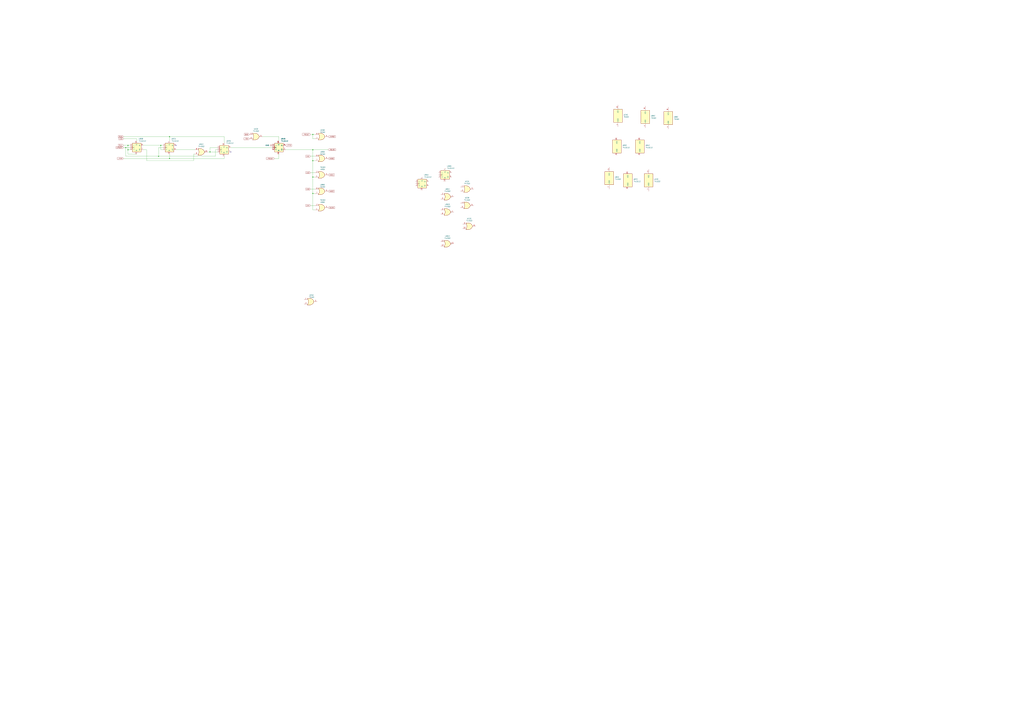
<source format=kicad_sch>
(kicad_sch (version 20230121) (generator eeschema)
  (paper "A0")
  (lib_symbols
    (symbol "74xx:74LS02" (pin_names (offset 1.016))
      (property "Reference" "U" (at 0 1.27 0))
      (property "Value" "74LS02" (at 0 -1.27 0))
      (symbol "74LS02_1_1"
        (arc (start -3.81 -3.81) (mid -2.589 0) (end -3.81 3.81) (stroke (width 0.254)))
        (arc (start -0.6096 -3.81) (mid 2.1842 -2.5851) (end 3.81 0) (stroke (width 0.254)) (fill (type background)))
        (polyline (pts (xy -3.81 -3.81) (xy -0.635 -3.81)) (stroke (width 0.254)) (fill (type background)))
        (polyline (pts (xy -3.81 3.81) (xy -0.635 3.81)) (stroke (width 0.254)) (fill (type background)))
        (polyline (pts (xy -0.635 3.81) (xy -3.81 3.81) (xy -3.81 3.81) (xy -3.556 3.4036) (xy -3.0226 2.2606) (xy -2.6924 1.0414) (xy -2.6162 -0.254) (xy -2.7686 -1.4986) (xy -3.175 -2.7178) (xy -3.81 -3.81) (xy -3.81 -3.81) (xy -0.635 -3.81)) (stroke (width -25.4)) (fill (type background)))
        (arc (start 3.81 0) (mid 2.1915 2.5936) (end -0.6096 3.81) (stroke (width 0.254)) (fill (type background)))
        (pin output inverted (at 7.62 0 180) (length 3.81) (name "~") (number "1"))
        (pin input line (at -7.62 2.54 0) (length 4.318) (name "~") (number "2"))
        (pin input line (at -7.62 -2.54 0) (length 4.318) (name "~") (number "3"))
      )
      (symbol "74LS02_1_2"
        (arc (start 0 -3.81) (mid 3.7934 0) (end 0 3.81) (stroke (width 0.254)) (fill (type background)))
        (polyline (pts (xy 0 3.81) (xy -3.81 3.81) (xy -3.81 -3.81) (xy 0 -3.81)) (stroke (width 0.254)) (fill (type background)))
        (pin output line (at 7.62 0 180) (length 3.81) (name "~") (number "1"))
        (pin input inverted (at -7.62 2.54 0) (length 3.81) (name "~") (number "2"))
        (pin input inverted (at -7.62 -2.54 0) (length 3.81) (name "~") (number "3"))
      )
      (symbol "74LS02_2_1"
        (arc (start -3.81 -3.81) (mid -2.589 0) (end -3.81 3.81) (stroke (width 0.254)))
        (arc (start -0.6096 -3.81) (mid 2.1842 -2.5851) (end 3.81 0) (stroke (width 0.254)) (fill (type background)))
        (polyline (pts (xy -3.81 -3.81) (xy -0.635 -3.81)) (stroke (width 0.254)) (fill (type background)))
        (polyline (pts (xy -3.81 3.81) (xy -0.635 3.81)) (stroke (width 0.254)) (fill (type background)))
        (polyline (pts (xy -0.635 3.81) (xy -3.81 3.81) (xy -3.81 3.81) (xy -3.556 3.4036) (xy -3.0226 2.2606) (xy -2.6924 1.0414) (xy -2.6162 -0.254) (xy -2.7686 -1.4986) (xy -3.175 -2.7178) (xy -3.81 -3.81) (xy -3.81 -3.81) (xy -0.635 -3.81)) (stroke (width -25.4)) (fill (type background)))
        (arc (start 3.81 0) (mid 2.1915 2.5936) (end -0.6096 3.81) (stroke (width 0.254)) (fill (type background)))
        (pin output inverted (at 7.62 0 180) (length 3.81) (name "~") (number "4"))
        (pin input line (at -7.62 2.54 0) (length 4.318) (name "~") (number "5"))
        (pin input line (at -7.62 -2.54 0) (length 4.318) (name "~") (number "6"))
      )
      (symbol "74LS02_2_2"
        (arc (start 0 -3.81) (mid 3.7934 0) (end 0 3.81) (stroke (width 0.254)) (fill (type background)))
        (polyline (pts (xy 0 3.81) (xy -3.81 3.81) (xy -3.81 -3.81) (xy 0 -3.81)) (stroke (width 0.254)) (fill (type background)))
        (pin output line (at 7.62 0 180) (length 3.81) (name "~") (number "4"))
        (pin input inverted (at -7.62 2.54 0) (length 3.81) (name "~") (number "5"))
        (pin input inverted (at -7.62 -2.54 0) (length 3.81) (name "~") (number "6"))
      )
      (symbol "74LS02_3_1"
        (arc (start -3.81 -3.81) (mid -2.589 0) (end -3.81 3.81) (stroke (width 0.254)))
        (arc (start -0.6096 -3.81) (mid 2.1842 -2.5851) (end 3.81 0) (stroke (width 0.254)) (fill (type background)))
        (polyline (pts (xy -3.81 -3.81) (xy -0.635 -3.81)) (stroke (width 0.254)) (fill (type background)))
        (polyline (pts (xy -3.81 3.81) (xy -0.635 3.81)) (stroke (width 0.254)) (fill (type background)))
        (polyline (pts (xy -0.635 3.81) (xy -3.81 3.81) (xy -3.81 3.81) (xy -3.556 3.4036) (xy -3.0226 2.2606) (xy -2.6924 1.0414) (xy -2.6162 -0.254) (xy -2.7686 -1.4986) (xy -3.175 -2.7178) (xy -3.81 -3.81) (xy -3.81 -3.81) (xy -0.635 -3.81)) (stroke (width -25.4)) (fill (type background)))
        (arc (start 3.81 0) (mid 2.1915 2.5936) (end -0.6096 3.81) (stroke (width 0.254)) (fill (type background)))
        (pin output inverted (at 7.62 0 180) (length 3.81) (name "~") (number "10"))
        (pin input line (at -7.62 2.54 0) (length 4.318) (name "~") (number "8"))
        (pin input line (at -7.62 -2.54 0) (length 4.318) (name "~") (number "9"))
      )
      (symbol "74LS02_3_2"
        (arc (start 0 -3.81) (mid 3.7934 0) (end 0 3.81) (stroke (width 0.254)) (fill (type background)))
        (polyline (pts (xy 0 3.81) (xy -3.81 3.81) (xy -3.81 -3.81) (xy 0 -3.81)) (stroke (width 0.254)) (fill (type background)))
        (pin output line (at 7.62 0 180) (length 3.81) (name "~") (number "10"))
        (pin input inverted (at -7.62 2.54 0) (length 3.81) (name "~") (number "8"))
        (pin input inverted (at -7.62 -2.54 0) (length 3.81) (name "~") (number "9"))
      )
      (symbol "74LS02_4_1"
        (arc (start -3.81 -3.81) (mid -2.589 0) (end -3.81 3.81) (stroke (width 0.254)))
        (arc (start -0.6096 -3.81) (mid 2.1842 -2.5851) (end 3.81 0) (stroke (width 0.254)) (fill (type background)))
        (polyline (pts (xy -3.81 -3.81) (xy -0.635 -3.81)) (stroke (width 0.254)) (fill (type background)))
        (polyline (pts (xy -3.81 3.81) (xy -0.635 3.81)) (stroke (width 0.254)) (fill (type background)))
        (polyline (pts (xy -0.635 3.81) (xy -3.81 3.81) (xy -3.81 3.81) (xy -3.556 3.4036) (xy -3.0226 2.2606) (xy -2.6924 1.0414) (xy -2.6162 -0.254) (xy -2.7686 -1.4986) (xy -3.175 -2.7178) (xy -3.81 -3.81) (xy -3.81 -3.81) (xy -0.635 -3.81)) (stroke (width -25.4)) (fill (type background)))
        (arc (start 3.81 0) (mid 2.1915 2.5936) (end -0.6096 3.81) (stroke (width 0.254)) (fill (type background)))
        (pin input line (at -7.62 2.54 0) (length 4.318) (name "~") (number "11"))
        (pin input line (at -7.62 -2.54 0) (length 4.318) (name "~") (number "12"))
        (pin output inverted (at 7.62 0 180) (length 3.81) (name "~") (number "13"))
      )
      (symbol "74LS02_4_2"
        (arc (start 0 -3.81) (mid 3.7934 0) (end 0 3.81) (stroke (width 0.254)) (fill (type background)))
        (polyline (pts (xy 0 3.81) (xy -3.81 3.81) (xy -3.81 -3.81) (xy 0 -3.81)) (stroke (width 0.254)) (fill (type background)))
        (pin input inverted (at -7.62 2.54 0) (length 3.81) (name "~") (number "11"))
        (pin input inverted (at -7.62 -2.54 0) (length 3.81) (name "~") (number "12"))
        (pin output line (at 7.62 0 180) (length 3.81) (name "~") (number "13"))
      )
      (symbol "74LS02_5_0"
        (pin power_in line (at 0 12.7 270) (length 5.08) (name "VCC") (number "14"))
        (pin power_in line (at 0 -12.7 90) (length 5.08) (name "GND") (number "7"))
      )
      (symbol "74LS02_5_1"
        (rectangle (start -5.08 7.62) (end 5.08 -7.62) (stroke (width 0.254)) (fill (type background)))
      )
    )
    (symbol "74xx:74LS112" (pin_names (offset 1.016))
      (property "Reference" "U" (at -7.62 8.89 0))
      (property "Value" "74LS112" (at -7.62 -8.89 0))
      (symbol "74LS112_1_0"
        (pin input clock (at -7.62 0 0) (length 2.54) (name "C") (number "1"))
        (pin input line (at 0 -7.62 90) (length 2.54) (name "~{R}") (number "15"))
        (pin input line (at -7.62 -2.54 0) (length 2.54) (name "K") (number "2"))
        (pin input line (at -7.62 2.54 0) (length 2.54) (name "J") (number "3"))
        (pin input line (at 0 7.62 270) (length 2.54) (name "~{S}") (number "4"))
        (pin output line (at 7.62 2.54 180) (length 2.54) (name "Q") (number "5"))
        (pin output line (at 7.62 -2.54 180) (length 2.54) (name "~{Q}") (number "6"))
      )
      (symbol "74LS112_1_1"
        (rectangle (start -5.08 5.08) (end 5.08 -5.08) (stroke (width 0.254)) (fill (type background)))
      )
      (symbol "74LS112_2_0"
        (pin input line (at 0 7.62 270) (length 2.54) (name "~{S}") (number "10"))
        (pin input line (at -7.62 2.54 0) (length 2.54) (name "J") (number "11"))
        (pin input line (at -7.62 -2.54 0) (length 2.54) (name "K") (number "12"))
        (pin input clock (at -7.62 0 0) (length 2.54) (name "C") (number "13"))
        (pin input line (at 0 -7.62 90) (length 2.54) (name "~{R}") (number "14"))
        (pin output line (at 7.62 -2.54 180) (length 2.54) (name "~{Q}") (number "7"))
        (pin output line (at 7.62 2.54 180) (length 2.54) (name "Q") (number "9"))
      )
      (symbol "74LS112_2_1"
        (rectangle (start -5.08 5.08) (end 5.08 -5.08) (stroke (width 0.254)) (fill (type background)))
      )
      (symbol "74LS112_3_0"
        (pin power_in line (at 0 10.16 270) (length 2.54) (name "VCC") (number "16"))
        (pin power_in line (at 0 -10.16 90) (length 2.54) (name "GND") (number "8"))
      )
      (symbol "74LS112_3_1"
        (rectangle (start -5.08 7.62) (end 5.08 -7.62) (stroke (width 0.254)) (fill (type background)))
      )
    )
    (symbol "74xx:74LS32" (pin_names (offset 1.016))
      (property "Reference" "U" (at 0 1.27 0))
      (property "Value" "74LS32" (at 0 -1.27 0))
      (symbol "74LS32_1_1"
        (arc (start -3.81 -3.81) (mid -2.589 0) (end -3.81 3.81) (stroke (width 0.254)))
        (arc (start -0.6096 -3.81) (mid 2.1842 -2.5851) (end 3.81 0) (stroke (width 0.254)) (fill (type background)))
        (polyline (pts (xy -3.81 -3.81) (xy -0.635 -3.81)) (stroke (width 0.254)) (fill (type background)))
        (polyline (pts (xy -3.81 3.81) (xy -0.635 3.81)) (stroke (width 0.254)) (fill (type background)))
        (polyline (pts (xy -0.635 3.81) (xy -3.81 3.81) (xy -3.81 3.81) (xy -3.556 3.4036) (xy -3.0226 2.2606) (xy -2.6924 1.0414) (xy -2.6162 -0.254) (xy -2.7686 -1.4986) (xy -3.175 -2.7178) (xy -3.81 -3.81) (xy -3.81 -3.81) (xy -0.635 -3.81)) (stroke (width -25.4)) (fill (type background)))
        (arc (start 3.81 0) (mid 2.1915 2.5936) (end -0.6096 3.81) (stroke (width 0.254)) (fill (type background)))
        (pin input line (at -7.62 2.54 0) (length 4.318) (name "~") (number "1"))
        (pin input line (at -7.62 -2.54 0) (length 4.318) (name "~") (number "2"))
        (pin output line (at 7.62 0 180) (length 3.81) (name "~") (number "3"))
      )
      (symbol "74LS32_1_2"
        (arc (start 0 -3.81) (mid 3.7934 0) (end 0 3.81) (stroke (width 0.254)) (fill (type background)))
        (polyline (pts (xy 0 3.81) (xy -3.81 3.81) (xy -3.81 -3.81) (xy 0 -3.81)) (stroke (width 0.254)) (fill (type background)))
        (pin input inverted (at -7.62 2.54 0) (length 3.81) (name "~") (number "1"))
        (pin input inverted (at -7.62 -2.54 0) (length 3.81) (name "~") (number "2"))
        (pin output inverted (at 7.62 0 180) (length 3.81) (name "~") (number "3"))
      )
      (symbol "74LS32_2_1"
        (arc (start -3.81 -3.81) (mid -2.589 0) (end -3.81 3.81) (stroke (width 0.254)))
        (arc (start -0.6096 -3.81) (mid 2.1842 -2.5851) (end 3.81 0) (stroke (width 0.254)) (fill (type background)))
        (polyline (pts (xy -3.81 -3.81) (xy -0.635 -3.81)) (stroke (width 0.254)) (fill (type background)))
        (polyline (pts (xy -3.81 3.81) (xy -0.635 3.81)) (stroke (width 0.254)) (fill (type background)))
        (polyline (pts (xy -0.635 3.81) (xy -3.81 3.81) (xy -3.81 3.81) (xy -3.556 3.4036) (xy -3.0226 2.2606) (xy -2.6924 1.0414) (xy -2.6162 -0.254) (xy -2.7686 -1.4986) (xy -3.175 -2.7178) (xy -3.81 -3.81) (xy -3.81 -3.81) (xy -0.635 -3.81)) (stroke (width -25.4)) (fill (type background)))
        (arc (start 3.81 0) (mid 2.1915 2.5936) (end -0.6096 3.81) (stroke (width 0.254)) (fill (type background)))
        (pin input line (at -7.62 2.54 0) (length 4.318) (name "~") (number "4"))
        (pin input line (at -7.62 -2.54 0) (length 4.318) (name "~") (number "5"))
        (pin output line (at 7.62 0 180) (length 3.81) (name "~") (number "6"))
      )
      (symbol "74LS32_2_2"
        (arc (start 0 -3.81) (mid 3.7934 0) (end 0 3.81) (stroke (width 0.254)) (fill (type background)))
        (polyline (pts (xy 0 3.81) (xy -3.81 3.81) (xy -3.81 -3.81) (xy 0 -3.81)) (stroke (width 0.254)) (fill (type background)))
        (pin input inverted (at -7.62 2.54 0) (length 3.81) (name "~") (number "4"))
        (pin input inverted (at -7.62 -2.54 0) (length 3.81) (name "~") (number "5"))
        (pin output inverted (at 7.62 0 180) (length 3.81) (name "~") (number "6"))
      )
      (symbol "74LS32_3_1"
        (arc (start -3.81 -3.81) (mid -2.589 0) (end -3.81 3.81) (stroke (width 0.254)))
        (arc (start -0.6096 -3.81) (mid 2.1842 -2.5851) (end 3.81 0) (stroke (width 0.254)) (fill (type background)))
        (polyline (pts (xy -3.81 -3.81) (xy -0.635 -3.81)) (stroke (width 0.254)) (fill (type background)))
        (polyline (pts (xy -3.81 3.81) (xy -0.635 3.81)) (stroke (width 0.254)) (fill (type background)))
        (polyline (pts (xy -0.635 3.81) (xy -3.81 3.81) (xy -3.81 3.81) (xy -3.556 3.4036) (xy -3.0226 2.2606) (xy -2.6924 1.0414) (xy -2.6162 -0.254) (xy -2.7686 -1.4986) (xy -3.175 -2.7178) (xy -3.81 -3.81) (xy -3.81 -3.81) (xy -0.635 -3.81)) (stroke (width -25.4)) (fill (type background)))
        (arc (start 3.81 0) (mid 2.1915 2.5936) (end -0.6096 3.81) (stroke (width 0.254)) (fill (type background)))
        (pin input line (at -7.62 -2.54 0) (length 4.318) (name "~") (number "10"))
        (pin output line (at 7.62 0 180) (length 3.81) (name "~") (number "8"))
        (pin input line (at -7.62 2.54 0) (length 4.318) (name "~") (number "9"))
      )
      (symbol "74LS32_3_2"
        (arc (start 0 -3.81) (mid 3.7934 0) (end 0 3.81) (stroke (width 0.254)) (fill (type background)))
        (polyline (pts (xy 0 3.81) (xy -3.81 3.81) (xy -3.81 -3.81) (xy 0 -3.81)) (stroke (width 0.254)) (fill (type background)))
        (pin input inverted (at -7.62 -2.54 0) (length 3.81) (name "~") (number "10"))
        (pin output inverted (at 7.62 0 180) (length 3.81) (name "~") (number "8"))
        (pin input inverted (at -7.62 2.54 0) (length 3.81) (name "~") (number "9"))
      )
      (symbol "74LS32_4_1"
        (arc (start -3.81 -3.81) (mid -2.589 0) (end -3.81 3.81) (stroke (width 0.254)))
        (arc (start -0.6096 -3.81) (mid 2.1842 -2.5851) (end 3.81 0) (stroke (width 0.254)) (fill (type background)))
        (polyline (pts (xy -3.81 -3.81) (xy -0.635 -3.81)) (stroke (width 0.254)) (fill (type background)))
        (polyline (pts (xy -3.81 3.81) (xy -0.635 3.81)) (stroke (width 0.254)) (fill (type background)))
        (polyline (pts (xy -0.635 3.81) (xy -3.81 3.81) (xy -3.81 3.81) (xy -3.556 3.4036) (xy -3.0226 2.2606) (xy -2.6924 1.0414) (xy -2.6162 -0.254) (xy -2.7686 -1.4986) (xy -3.175 -2.7178) (xy -3.81 -3.81) (xy -3.81 -3.81) (xy -0.635 -3.81)) (stroke (width -25.4)) (fill (type background)))
        (arc (start 3.81 0) (mid 2.1915 2.5936) (end -0.6096 3.81) (stroke (width 0.254)) (fill (type background)))
        (pin output line (at 7.62 0 180) (length 3.81) (name "~") (number "11"))
        (pin input line (at -7.62 2.54 0) (length 4.318) (name "~") (number "12"))
        (pin input line (at -7.62 -2.54 0) (length 4.318) (name "~") (number "13"))
      )
      (symbol "74LS32_4_2"
        (arc (start 0 -3.81) (mid 3.7934 0) (end 0 3.81) (stroke (width 0.254)) (fill (type background)))
        (polyline (pts (xy 0 3.81) (xy -3.81 3.81) (xy -3.81 -3.81) (xy 0 -3.81)) (stroke (width 0.254)) (fill (type background)))
        (pin output inverted (at 7.62 0 180) (length 3.81) (name "~") (number "11"))
        (pin input inverted (at -7.62 2.54 0) (length 3.81) (name "~") (number "12"))
        (pin input inverted (at -7.62 -2.54 0) (length 3.81) (name "~") (number "13"))
      )
      (symbol "74LS32_5_0"
        (pin power_in line (at 0 12.7 270) (length 5.08) (name "VCC") (number "14"))
        (pin power_in line (at 0 -12.7 90) (length 5.08) (name "GND") (number "7"))
      )
      (symbol "74LS32_5_1"
        (rectangle (start -5.08 7.62) (end 5.08 -7.62) (stroke (width 0.254)) (fill (type background)))
      )
    )
    (symbol "75463_1"
      (property "Reference" "U" (at 10.16 7.62 0))
      (property "Value" "75463" (at 10.16 5.08 0))
      (symbol "75463_1_1_1"
        (arc (start -3.81 -3.81) (mid -2.589 0) (end -3.81 3.81) (stroke (width 0.254)))
        (arc (start -0.6096 -3.81) (mid 2.1855 -2.584) (end 3.81 0) (stroke (width 0.254)) (fill (type background)))
        (polyline (pts (xy -3.81 -3.81) (xy -0.635 -3.81)) (stroke (width 0.254)) (fill (type background)))
        (polyline (pts (xy -3.81 3.81) (xy -0.635 3.81)) (stroke (width 0.254)) (fill (type background)))
        (polyline (pts (xy -0.508 3.81) (xy -3.683 3.81) (xy -3.683 3.81) (xy -3.429 3.4036) (xy -2.8956 2.2606) (xy -2.5654 1.0414) (xy -2.4892 -0.254) (xy -2.6416 -1.4986) (xy -3.048 -2.7178) (xy -3.683 -3.81) (xy -3.683 -3.81) (xy -0.508 -3.81)) (stroke (width -25.4)) (fill (type background)))
        (arc (start 3.81 0) (mid 2.1928 2.5925) (end -0.6096 3.81) (stroke (width 0.254)) (fill (type background)))
        (pin input line (at -7.62 2.54 0) (length 4.318) (name "~") (number "1"))
        (pin input line (at -7.62 -2.54 0) (length 4.318) (name "~") (number "2"))
        (pin output line (at 7.62 0 180) (length 3.81) (name "~") (number "3"))
      )
      (symbol "75463_1_2_1"
        (arc (start -3.81 -3.81) (mid -2.589 0) (end -3.81 3.81) (stroke (width 0.254)))
        (arc (start -0.6096 -3.81) (mid 2.1855 -2.584) (end 3.81 0) (stroke (width 0.254)) (fill (type background)))
        (polyline (pts (xy -3.81 -3.81) (xy -0.635 -3.81)) (stroke (width 0.254)) (fill (type background)))
        (polyline (pts (xy -3.81 3.81) (xy -0.635 3.81)) (stroke (width 0.254)) (fill (type background)))
        (polyline (pts (xy -0.508 3.81) (xy -3.683 3.81) (xy -3.683 3.81) (xy -3.429 3.4036) (xy -2.8956 2.2606) (xy -2.5654 1.0414) (xy -2.4892 -0.254) (xy -2.6416 -1.4986) (xy -3.048 -2.7178) (xy -3.683 -3.81) (xy -3.683 -3.81) (xy -0.508 -3.81)) (stroke (width -25.4)) (fill (type background)))
        (arc (start 3.81 0) (mid 2.1928 2.5925) (end -0.6096 3.81) (stroke (width 0.254)) (fill (type background)))
        (pin output line (at 7.62 0 180) (length 3.81) (name "~") (number "5"))
        (pin input line (at -7.62 2.54 0) (length 4.318) (name "~") (number "6"))
        (pin input line (at -7.62 -2.54 0) (length 4.318) (name "~") (number "7"))
      )
      (symbol "75463_1_3_0"
        (pin power_in line (at 0 -12.7 90) (length 5.08) (name "GND") (number "4"))
        (pin power_in line (at 0 12.7 270) (length 5.08) (name "VCC") (number "8"))
      )
      (symbol "75463_1_3_1"
        (rectangle (start -5.08 7.62) (end 5.08 -7.62) (stroke (width 0.254)) (fill (type background)))
      )
    )
    (symbol "75463_2"
      (property "Reference" "U" (at 10.16 7.62 0))
      (property "Value" "75463" (at 10.16 5.08 0))
      (symbol "75463_2_1_1"
        (arc (start -3.81 -3.81) (mid -2.589 0) (end -3.81 3.81) (stroke (width 0.254)))
        (arc (start -0.6096 -3.81) (mid 2.1855 -2.584) (end 3.81 0) (stroke (width 0.254)) (fill (type background)))
        (polyline (pts (xy -3.81 -3.81) (xy -0.635 -3.81)) (stroke (width 0.254)) (fill (type background)))
        (polyline (pts (xy -3.81 3.81) (xy -0.635 3.81)) (stroke (width 0.254)) (fill (type background)))
        (polyline (pts (xy -0.508 3.81) (xy -3.683 3.81) (xy -3.683 3.81) (xy -3.429 3.4036) (xy -2.8956 2.2606) (xy -2.5654 1.0414) (xy -2.4892 -0.254) (xy -2.6416 -1.4986) (xy -3.048 -2.7178) (xy -3.683 -3.81) (xy -3.683 -3.81) (xy -0.508 -3.81)) (stroke (width -25.4)) (fill (type background)))
        (arc (start 3.81 0) (mid 2.1928 2.5925) (end -0.6096 3.81) (stroke (width 0.254)) (fill (type background)))
        (pin input line (at -7.62 2.54 0) (length 4.318) (name "~") (number "1"))
        (pin input line (at -7.62 -2.54 0) (length 4.318) (name "~") (number "2"))
        (pin output line (at 7.62 0 180) (length 3.81) (name "~") (number "3"))
      )
      (symbol "75463_2_2_1"
        (arc (start -3.81 -3.81) (mid -2.589 0) (end -3.81 3.81) (stroke (width 0.254)))
        (arc (start -0.6096 -3.81) (mid 2.1855 -2.584) (end 3.81 0) (stroke (width 0.254)) (fill (type background)))
        (polyline (pts (xy -3.81 -3.81) (xy -0.635 -3.81)) (stroke (width 0.254)) (fill (type background)))
        (polyline (pts (xy -3.81 3.81) (xy -0.635 3.81)) (stroke (width 0.254)) (fill (type background)))
        (polyline (pts (xy -0.508 3.81) (xy -3.683 3.81) (xy -3.683 3.81) (xy -3.429 3.4036) (xy -2.8956 2.2606) (xy -2.5654 1.0414) (xy -2.4892 -0.254) (xy -2.6416 -1.4986) (xy -3.048 -2.7178) (xy -3.683 -3.81) (xy -3.683 -3.81) (xy -0.508 -3.81)) (stroke (width -25.4)) (fill (type background)))
        (arc (start 3.81 0) (mid 2.1928 2.5925) (end -0.6096 3.81) (stroke (width 0.254)) (fill (type background)))
        (pin output line (at 7.62 0 180) (length 3.81) (name "~") (number "5"))
        (pin input line (at -7.62 2.54 0) (length 4.318) (name "~") (number "6"))
        (pin input line (at -7.62 -2.54 0) (length 4.318) (name "~") (number "7"))
      )
      (symbol "75463_2_3_0"
        (pin power_in line (at 0 -12.7 90) (length 5.08) (name "GND") (number "4"))
        (pin power_in line (at 0 12.7 270) (length 5.08) (name "VCC") (number "8"))
      )
      (symbol "75463_2_3_1"
        (rectangle (start -5.08 7.62) (end 5.08 -7.62) (stroke (width 0.254)) (fill (type background)))
      )
    )
    (symbol "75463_3"
      (property "Reference" "U" (at 10.16 7.62 0))
      (property "Value" "75463" (at 10.16 5.08 0))
      (symbol "75463_3_1_1"
        (arc (start -3.81 -3.81) (mid -2.589 0) (end -3.81 3.81) (stroke (width 0.254)))
        (arc (start -0.6096 -3.81) (mid 2.1855 -2.584) (end 3.81 0) (stroke (width 0.254)) (fill (type background)))
        (polyline (pts (xy -3.81 -3.81) (xy -0.635 -3.81)) (stroke (width 0.254)) (fill (type background)))
        (polyline (pts (xy -3.81 3.81) (xy -0.635 3.81)) (stroke (width 0.254)) (fill (type background)))
        (polyline (pts (xy -0.508 3.81) (xy -3.683 3.81) (xy -3.683 3.81) (xy -3.429 3.4036) (xy -2.8956 2.2606) (xy -2.5654 1.0414) (xy -2.4892 -0.254) (xy -2.6416 -1.4986) (xy -3.048 -2.7178) (xy -3.683 -3.81) (xy -3.683 -3.81) (xy -0.508 -3.81)) (stroke (width -25.4)) (fill (type background)))
        (arc (start 3.81 0) (mid 2.1928 2.5925) (end -0.6096 3.81) (stroke (width 0.254)) (fill (type background)))
        (pin input line (at -7.62 2.54 0) (length 4.318) (name "~") (number "1"))
        (pin input line (at -7.62 -2.54 0) (length 4.318) (name "~") (number "2"))
        (pin output line (at 7.62 0 180) (length 3.81) (name "~") (number "3"))
      )
      (symbol "75463_3_2_1"
        (arc (start -3.81 -3.81) (mid -2.589 0) (end -3.81 3.81) (stroke (width 0.254)))
        (arc (start -0.6096 -3.81) (mid 2.1855 -2.584) (end 3.81 0) (stroke (width 0.254)) (fill (type background)))
        (polyline (pts (xy -3.81 -3.81) (xy -0.635 -3.81)) (stroke (width 0.254)) (fill (type background)))
        (polyline (pts (xy -3.81 3.81) (xy -0.635 3.81)) (stroke (width 0.254)) (fill (type background)))
        (polyline (pts (xy -0.508 3.81) (xy -3.683 3.81) (xy -3.683 3.81) (xy -3.429 3.4036) (xy -2.8956 2.2606) (xy -2.5654 1.0414) (xy -2.4892 -0.254) (xy -2.6416 -1.4986) (xy -3.048 -2.7178) (xy -3.683 -3.81) (xy -3.683 -3.81) (xy -0.508 -3.81)) (stroke (width -25.4)) (fill (type background)))
        (arc (start 3.81 0) (mid 2.1928 2.5925) (end -0.6096 3.81) (stroke (width 0.254)) (fill (type background)))
        (pin output line (at 7.62 0 180) (length 3.81) (name "~") (number "5"))
        (pin input line (at -7.62 2.54 0) (length 4.318) (name "~") (number "6"))
        (pin input line (at -7.62 -2.54 0) (length 4.318) (name "~") (number "7"))
      )
      (symbol "75463_3_3_0"
        (pin power_in line (at 0 -12.7 90) (length 5.08) (name "GND") (number "4"))
        (pin power_in line (at 0 12.7 270) (length 5.08) (name "VCC") (number "8"))
      )
      (symbol "75463_3_3_1"
        (rectangle (start -5.08 7.62) (end 5.08 -7.62) (stroke (width 0.254)) (fill (type background)))
      )
    )
    (symbol "75463_4"
      (property "Reference" "U" (at 10.16 7.62 0))
      (property "Value" "75463" (at 10.16 5.08 0))
      (symbol "75463_4_1_1"
        (arc (start -3.81 -3.81) (mid -2.589 0) (end -3.81 3.81) (stroke (width 0.254)))
        (arc (start -0.6096 -3.81) (mid 2.1855 -2.584) (end 3.81 0) (stroke (width 0.254)) (fill (type background)))
        (polyline (pts (xy -3.81 -3.81) (xy -0.635 -3.81)) (stroke (width 0.254)) (fill (type background)))
        (polyline (pts (xy -3.81 3.81) (xy -0.635 3.81)) (stroke (width 0.254)) (fill (type background)))
        (polyline (pts (xy -0.508 3.81) (xy -3.683 3.81) (xy -3.683 3.81) (xy -3.429 3.4036) (xy -2.8956 2.2606) (xy -2.5654 1.0414) (xy -2.4892 -0.254) (xy -2.6416 -1.4986) (xy -3.048 -2.7178) (xy -3.683 -3.81) (xy -3.683 -3.81) (xy -0.508 -3.81)) (stroke (width -25.4)) (fill (type background)))
        (arc (start 3.81 0) (mid 2.1928 2.5925) (end -0.6096 3.81) (stroke (width 0.254)) (fill (type background)))
        (pin input line (at -7.62 2.54 0) (length 4.318) (name "~") (number "1"))
        (pin input line (at -7.62 -2.54 0) (length 4.318) (name "~") (number "2"))
        (pin output line (at 7.62 0 180) (length 3.81) (name "~") (number "3"))
      )
      (symbol "75463_4_2_1"
        (arc (start -3.81 -3.81) (mid -2.589 0) (end -3.81 3.81) (stroke (width 0.254)))
        (arc (start -0.6096 -3.81) (mid 2.1855 -2.584) (end 3.81 0) (stroke (width 0.254)) (fill (type background)))
        (polyline (pts (xy -3.81 -3.81) (xy -0.635 -3.81)) (stroke (width 0.254)) (fill (type background)))
        (polyline (pts (xy -3.81 3.81) (xy -0.635 3.81)) (stroke (width 0.254)) (fill (type background)))
        (polyline (pts (xy -0.508 3.81) (xy -3.683 3.81) (xy -3.683 3.81) (xy -3.429 3.4036) (xy -2.8956 2.2606) (xy -2.5654 1.0414) (xy -2.4892 -0.254) (xy -2.6416 -1.4986) (xy -3.048 -2.7178) (xy -3.683 -3.81) (xy -3.683 -3.81) (xy -0.508 -3.81)) (stroke (width -25.4)) (fill (type background)))
        (arc (start 3.81 0) (mid 2.1928 2.5925) (end -0.6096 3.81) (stroke (width 0.254)) (fill (type background)))
        (pin output line (at 7.62 0 180) (length 3.81) (name "~") (number "5"))
        (pin input line (at -7.62 2.54 0) (length 4.318) (name "~") (number "6"))
        (pin input line (at -7.62 -2.54 0) (length 4.318) (name "~") (number "7"))
      )
      (symbol "75463_4_3_0"
        (pin power_in line (at 0 -12.7 90) (length 5.08) (name "GND") (number "4"))
        (pin power_in line (at 0 12.7 270) (length 5.08) (name "VCC") (number "8"))
      )
      (symbol "75463_4_3_1"
        (rectangle (start -5.08 7.62) (end 5.08 -7.62) (stroke (width 0.254)) (fill (type background)))
      )
    )
    (symbol "75463_5"
      (property "Reference" "U" (at 10.16 7.62 0))
      (property "Value" "75463" (at 10.16 5.08 0))
      (symbol "75463_5_1_1"
        (arc (start -3.81 -3.81) (mid -2.589 0) (end -3.81 3.81) (stroke (width 0.254)))
        (arc (start -0.6096 -3.81) (mid 2.1855 -2.584) (end 3.81 0) (stroke (width 0.254)) (fill (type background)))
        (polyline (pts (xy -3.81 -3.81) (xy -0.635 -3.81)) (stroke (width 0.254)) (fill (type background)))
        (polyline (pts (xy -3.81 3.81) (xy -0.635 3.81)) (stroke (width 0.254)) (fill (type background)))
        (polyline (pts (xy -0.508 3.81) (xy -3.683 3.81) (xy -3.683 3.81) (xy -3.429 3.4036) (xy -2.8956 2.2606) (xy -2.5654 1.0414) (xy -2.4892 -0.254) (xy -2.6416 -1.4986) (xy -3.048 -2.7178) (xy -3.683 -3.81) (xy -3.683 -3.81) (xy -0.508 -3.81)) (stroke (width -25.4)) (fill (type background)))
        (arc (start 3.81 0) (mid 2.1928 2.5925) (end -0.6096 3.81) (stroke (width 0.254)) (fill (type background)))
        (pin input line (at -7.62 2.54 0) (length 4.318) (name "~") (number "1"))
        (pin input line (at -7.62 -2.54 0) (length 4.318) (name "~") (number "2"))
        (pin output line (at 7.62 0 180) (length 3.81) (name "~") (number "3"))
      )
      (symbol "75463_5_2_1"
        (arc (start -3.81 -3.81) (mid -2.589 0) (end -3.81 3.81) (stroke (width 0.254)))
        (arc (start -0.6096 -3.81) (mid 2.1855 -2.584) (end 3.81 0) (stroke (width 0.254)) (fill (type background)))
        (polyline (pts (xy -3.81 -3.81) (xy -0.635 -3.81)) (stroke (width 0.254)) (fill (type background)))
        (polyline (pts (xy -3.81 3.81) (xy -0.635 3.81)) (stroke (width 0.254)) (fill (type background)))
        (polyline (pts (xy -0.508 3.81) (xy -3.683 3.81) (xy -3.683 3.81) (xy -3.429 3.4036) (xy -2.8956 2.2606) (xy -2.5654 1.0414) (xy -2.4892 -0.254) (xy -2.6416 -1.4986) (xy -3.048 -2.7178) (xy -3.683 -3.81) (xy -3.683 -3.81) (xy -0.508 -3.81)) (stroke (width -25.4)) (fill (type background)))
        (arc (start 3.81 0) (mid 2.1928 2.5925) (end -0.6096 3.81) (stroke (width 0.254)) (fill (type background)))
        (pin output line (at 7.62 0 180) (length 3.81) (name "~") (number "5"))
        (pin input line (at -7.62 2.54 0) (length 4.318) (name "~") (number "6"))
        (pin input line (at -7.62 -2.54 0) (length 4.318) (name "~") (number "7"))
      )
      (symbol "75463_5_3_0"
        (pin power_in line (at 0 -12.7 90) (length 5.08) (name "GND") (number "4"))
        (pin power_in line (at 0 12.7 270) (length 5.08) (name "VCC") (number "8"))
      )
      (symbol "75463_5_3_1"
        (rectangle (start -5.08 7.62) (end 5.08 -7.62) (stroke (width 0.254)) (fill (type background)))
      )
    )
    (symbol "75463_6"
      (property "Reference" "U" (at 10.16 7.62 0))
      (property "Value" "75463" (at 10.16 5.08 0))
      (symbol "75463_6_1_1"
        (arc (start -3.81 -3.81) (mid -2.589 0) (end -3.81 3.81) (stroke (width 0.254)))
        (arc (start -0.6096 -3.81) (mid 2.1855 -2.584) (end 3.81 0) (stroke (width 0.254)) (fill (type background)))
        (polyline (pts (xy -3.81 -3.81) (xy -0.635 -3.81)) (stroke (width 0.254)) (fill (type background)))
        (polyline (pts (xy -3.81 3.81) (xy -0.635 3.81)) (stroke (width 0.254)) (fill (type background)))
        (polyline (pts (xy -0.508 3.81) (xy -3.683 3.81) (xy -3.683 3.81) (xy -3.429 3.4036) (xy -2.8956 2.2606) (xy -2.5654 1.0414) (xy -2.4892 -0.254) (xy -2.6416 -1.4986) (xy -3.048 -2.7178) (xy -3.683 -3.81) (xy -3.683 -3.81) (xy -0.508 -3.81)) (stroke (width -25.4)) (fill (type background)))
        (arc (start 3.81 0) (mid 2.1928 2.5925) (end -0.6096 3.81) (stroke (width 0.254)) (fill (type background)))
        (pin input line (at -7.62 2.54 0) (length 4.318) (name "~") (number "1"))
        (pin input line (at -7.62 -2.54 0) (length 4.318) (name "~") (number "2"))
        (pin output line (at 7.62 0 180) (length 3.81) (name "~") (number "3"))
      )
      (symbol "75463_6_2_1"
        (arc (start -3.81 -3.81) (mid -2.589 0) (end -3.81 3.81) (stroke (width 0.254)))
        (arc (start -0.6096 -3.81) (mid 2.1855 -2.584) (end 3.81 0) (stroke (width 0.254)) (fill (type background)))
        (polyline (pts (xy -3.81 -3.81) (xy -0.635 -3.81)) (stroke (width 0.254)) (fill (type background)))
        (polyline (pts (xy -3.81 3.81) (xy -0.635 3.81)) (stroke (width 0.254)) (fill (type background)))
        (polyline (pts (xy -0.508 3.81) (xy -3.683 3.81) (xy -3.683 3.81) (xy -3.429 3.4036) (xy -2.8956 2.2606) (xy -2.5654 1.0414) (xy -2.4892 -0.254) (xy -2.6416 -1.4986) (xy -3.048 -2.7178) (xy -3.683 -3.81) (xy -3.683 -3.81) (xy -0.508 -3.81)) (stroke (width -25.4)) (fill (type background)))
        (arc (start 3.81 0) (mid 2.1928 2.5925) (end -0.6096 3.81) (stroke (width 0.254)) (fill (type background)))
        (pin output line (at 7.62 0 180) (length 3.81) (name "~") (number "5"))
        (pin input line (at -7.62 2.54 0) (length 4.318) (name "~") (number "6"))
        (pin input line (at -7.62 -2.54 0) (length 4.318) (name "~") (number "7"))
      )
      (symbol "75463_6_3_0"
        (pin power_in line (at 0 -12.7 90) (length 5.08) (name "GND") (number "4"))
        (pin power_in line (at 0 12.7 270) (length 5.08) (name "VCC") (number "8"))
      )
      (symbol "75463_6_3_1"
        (rectangle (start -5.08 7.62) (end 5.08 -7.62) (stroke (width 0.254)) (fill (type background)))
      )
    )
    (symbol "75xx_Custom:75463"
      (property "Reference" "U" (at 10.16 7.62 0))
      (property "Value" "75463" (at 10.16 5.08 0))
      (symbol "75463_1_1"
        (arc (start -2.794 -4.318) (mid -1.573 -0.508) (end -2.794 3.302) (stroke (width 0.254)))
        (polyline (pts (xy -2.794 -4.318) (xy 0.381 -4.318)) (stroke (width 0.254)) (fill (type background)))
        (polyline (pts (xy -2.794 3.302) (xy 0.381 3.302)) (stroke (width 0.254)) (fill (type background)))
        (polyline (pts (xy 0.381 3.302) (xy -2.794 3.302) (xy -2.794 3.302) (xy -2.54 2.8956) (xy -2.0066 1.7526) (xy -1.6764 0.5334) (xy -1.6002 -0.762) (xy -1.7526 -2.0066) (xy -2.159 -3.2258) (xy -2.794 -4.318) (xy -2.794 -4.318) (xy 0.381 -4.318)) (stroke (width -25.4)) (fill (type background)))
        (arc (start 0.4064 -4.318) (mid 3.2015 -3.092) (end 4.826 -0.508) (stroke (width 0.254)) (fill (type background)))
        (arc (start 4.826 -0.508) (mid 3.2088 2.0845) (end 0.4064 3.302) (stroke (width 0.254)) (fill (type background)))
        (pin input line (at -6.604 2.032 0) (length 4.318) (name "~") (number "1"))
        (pin input line (at -6.604 -3.048 0) (length 4.318) (name "~") (number "2"))
        (pin output line (at 8.636 -0.508 180) (length 3.81) (name "~") (number "3"))
      )
      (symbol "75463_2_1"
        (arc (start -2.794 -4.318) (mid -1.573 -0.508) (end -2.794 3.302) (stroke (width 0.254)))
        (polyline (pts (xy -2.794 -4.318) (xy 0.381 -4.318)) (stroke (width 0.254)) (fill (type background)))
        (polyline (pts (xy -2.794 3.302) (xy 0.381 3.302)) (stroke (width 0.254)) (fill (type background)))
        (polyline (pts (xy 0.381 3.302) (xy -2.794 3.302) (xy -2.794 3.302) (xy -2.54 2.8956) (xy -2.0066 1.7526) (xy -1.6764 0.5334) (xy -1.6002 -0.762) (xy -1.7526 -2.0066) (xy -2.159 -3.2258) (xy -2.794 -4.318) (xy -2.794 -4.318) (xy 0.381 -4.318)) (stroke (width -25.4)) (fill (type background)))
        (arc (start 0.4064 -4.318) (mid 3.2015 -3.092) (end 4.826 -0.508) (stroke (width 0.254)) (fill (type background)))
        (arc (start 4.826 -0.508) (mid 3.2088 2.0845) (end 0.4064 3.302) (stroke (width 0.254)) (fill (type background)))
        (pin output line (at 8.636 -0.508 180) (length 3.81) (name "~") (number "5"))
        (pin input line (at -6.604 2.032 0) (length 4.318) (name "~") (number "6"))
        (pin input line (at -6.604 -3.048 0) (length 4.318) (name "~") (number "7"))
      )
      (symbol "75463_3_0"
        (pin power_in line (at 0 -12.7 90) (length 5.08) (name "GND") (number "4"))
        (pin power_in line (at 0 12.7 270) (length 5.08) (name "VCC") (number "8"))
      )
      (symbol "75463_3_1"
        (rectangle (start -5.08 7.62) (end 5.08 -7.62) (stroke (width 0.254)) (fill (type background)))
      )
    )
    (symbol "power:GND" (power) (pin_names (offset 0))
      (property "Value" "GND" (at 0 -3.81 0))
      (symbol "GND_0_1"
        (polyline (pts (xy 0 0) (xy 0 -1.27) (xy 1.27 -1.27) (xy 0 -2.54) (xy -1.27 -1.27) (xy 0 -1.27)))
      )
      (symbol "GND_1_1"
        (pin power_in line (at 0 0 270) (length 0) hide (name "GND") (number "1"))
      )
    )
  )
  (junction (at 184.15 181.61))
  (junction (at 363.22 224.79))
  (junction (at 146.05 171.45))
  (junction (at 148.59 173.99))
  (junction (at 363.22 156.21))
  (junction (at 363.22 173.99))
  (junction (at 196.85 158.75))
  (junction (at 243.84 176.53))
  (junction (at 186.69 168.91))
  (junction (at 196.85 184.15))
  (junction (at 363.22 205.74))
  (junction (at 363.22 186.69))
  (junction (at 148.59 168.91))
  (no_connect (at 204.47 168.91))
  (no_connect (at 267.97 176.53))
  (wire (pts (xy 151.13 173.99) (xy 148.59 173.99)))
  (wire (pts (xy 363.22 205.74) (xy 363.22 224.79)))
  (wire (pts (xy 184.15 171.45) (xy 189.23 171.45)))
  (wire (pts (xy 196.85 179.07) (xy 196.85 184.15)))
  (wire (pts (xy 250.19 181.61) (xy 184.15 181.61)))
  (wire (pts (xy 143.51 158.75) (xy 196.85 158.75)))
  (wire (pts (xy 363.22 224.79) (xy 363.22 243.84)))
  (wire (pts (xy 363.22 173.99) (xy 381 173.99)))
  (wire (pts (xy 331.47 173.99) (xy 363.22 173.99)))
  (wire (pts (xy 243.84 171.45) (xy 252.73 171.45)))
  (wire (pts (xy 158.75 161.29) (xy 158.75 163.83)))
  (wire (pts (xy 196.85 184.15) (xy 143.51 184.15)))
  (wire (pts (xy 363.22 243.84) (xy 365.76 243.84)))
  (wire (pts (xy 146.05 171.45) (xy 146.05 181.61)))
  (wire (pts (xy 323.85 179.07) (xy 323.85 184.15)))
  (wire (pts (xy 360.68 200.66) (xy 365.76 200.66)))
  (wire (pts (xy 243.84 171.45) (xy 243.84 176.53)))
  (wire (pts (xy 363.22 205.74) (xy 365.76 205.74)))
  (wire (pts (xy 316.23 171.45) (xy 267.97 171.45)))
  (wire (pts (xy 196.85 158.75) (xy 196.85 163.83)))
  (wire (pts (xy 323.85 158.75) (xy 304.8 158.75)))
  (wire (pts (xy 146.05 171.45) (xy 151.13 171.45)))
  (wire (pts (xy 363.22 186.69) (xy 363.22 205.74)))
  (wire (pts (xy 184.15 181.61) (xy 184.15 171.45)))
  (wire (pts (xy 170.18 186.69) (xy 224.79 186.69)))
  (wire (pts (xy 323.85 158.75) (xy 323.85 163.83)))
  (wire (pts (xy 143.51 161.29) (xy 158.75 161.29)))
  (wire (pts (xy 148.59 173.99) (xy 148.59 168.91)))
  (wire (pts (xy 148.59 179.07) (xy 148.59 173.99)))
  (wire (pts (xy 323.85 184.15) (xy 318.77 184.15)))
  (wire (pts (xy 146.05 181.61) (xy 184.15 181.61)))
  (wire (pts (xy 363.22 161.29) (xy 363.22 156.21)))
  (wire (pts (xy 224.79 179.07) (xy 226.06 179.07)))
  (wire (pts (xy 360.68 181.61) (xy 365.76 181.61)))
  (wire (pts (xy 260.35 184.15) (xy 260.35 181.61)))
  (wire (pts (xy 186.69 168.91) (xy 186.69 173.99)))
  (wire (pts (xy 196.85 158.75) (xy 260.35 158.75)))
  (wire (pts (xy 170.18 173.99) (xy 170.18 186.69)))
  (wire (pts (xy 360.68 238.76) (xy 365.76 238.76)))
  (wire (pts (xy 363.22 173.99) (xy 363.22 186.69)))
  (wire (pts (xy 186.69 173.99) (xy 189.23 173.99)))
  (wire (pts (xy 186.69 168.91) (xy 189.23 168.91)))
  (wire (pts (xy 224.79 186.69) (xy 224.79 179.07)))
  (wire (pts (xy 143.51 168.91) (xy 148.59 168.91)))
  (wire (pts (xy 243.84 176.53) (xy 252.73 176.53)))
  (wire (pts (xy 166.37 168.91) (xy 186.69 168.91)))
  (wire (pts (xy 148.59 168.91) (xy 151.13 168.91)))
  (wire (pts (xy 260.35 158.75) (xy 260.35 166.37)))
  (wire (pts (xy 360.68 156.21) (xy 363.22 156.21)))
  (wire (pts (xy 196.85 184.15) (xy 260.35 184.15)))
  (wire (pts (xy 158.75 179.07) (xy 148.59 179.07)))
  (wire (pts (xy 365.76 161.29) (xy 363.22 161.29)))
  (wire (pts (xy 250.19 173.99) (xy 250.19 181.61)))
  (wire (pts (xy 363.22 156.21) (xy 365.76 156.21)))
  (wire (pts (xy 363.22 224.79) (xy 365.76 224.79)))
  (wire (pts (xy 241.3 176.53) (xy 243.84 176.53)))
  (wire (pts (xy 226.06 173.99) (xy 204.47 173.99)))
  (wire (pts (xy 363.22 186.69) (xy 365.76 186.69)))
  (wire (pts (xy 166.37 173.99) (xy 170.18 173.99)))
  (wire (pts (xy 252.73 173.99) (xy 250.19 173.99)))
  (wire (pts (xy 360.68 219.71) (xy 365.76 219.71)))
  (wire (pts (xy 143.51 171.45) (xy 146.05 171.45)))
  (global_label "PU1" (shape input) (at 143.51 168.91 180) (property "Intersheetrefs" "${INTERSHEET_REFS}" (effects hide)))
  (global_label "{slash}SH" (shape input) (at 289.56 161.29 180) (property "Intersheetrefs" "${INTERSHEET_REFS}" (effects hide)))
  (global_label "PU5" (shape input) (at 143.51 158.75 180) (property "Intersheetrefs" "${INTERSHEET_REFS}" (effects hide)))
  (global_label "LA1" (shape input) (at 360.68 181.61 180) (property "Intersheetrefs" "${INTERSHEET_REFS}" (effects hide)))
  (global_label "LA2" (shape input) (at 360.68 200.66 180) (property "Intersheetrefs" "${INTERSHEET_REFS}" (effects hide)))
  (global_label "{slash}BUSE" (shape input) (at 381 173.99 0) (property "Intersheetrefs" "${INTERSHEET_REFS}" (effects hide)))
  (global_label "LAA" (shape input) (at 143.51 161.29 180) (property "Intersheetrefs" "${INTERSHEET_REFS}" (effects hide)))
  (global_label "{slash}FFR" (shape input) (at 331.47 168.91 0) (property "Intersheetrefs" "${INTERSHEET_REFS}" (effects hide)))
  (global_label "LA4" (shape input) (at 360.68 238.76 180) (property "Intersheetrefs" "${INTERSHEET_REFS}" (effects hide)))
  (global_label "LA3" (shape input) (at 360.68 219.71 180) (property "Intersheetrefs" "${INTERSHEET_REFS}" (effects hide)))
  (global_label "BA9" (shape input) (at 289.56 156.21 180) (property "Intersheetrefs" "${INTERSHEET_REFS}" (effects hide)))
  (global_label "HAD1" (shape input) (at 381 203.2 0) (property "Intersheetrefs" "${INTERSHEET_REFS}" (effects hide)))
  (global_label "HAD0" (shape input) (at 381 184.15 0) (property "Intersheetrefs" "${INTERSHEET_REFS}" (effects hide)))
  (global_label "{slash}FFR" (shape input) (at 143.51 184.15 180) (property "Intersheetrefs" "${INTERSHEET_REFS}" (effects hide)))
  (global_label "{slash}RESET" (shape input) (at 318.77 184.15 180) (property "Intersheetrefs" "${INTERSHEET_REFS}" (effects hide)))
  (global_label "{slash}RESET" (shape input) (at 360.68 156.21 180) (property "Intersheetrefs" "${INTERSHEET_REFS}" (effects hide)))
  (global_label "CPUCK" (shape input) (at 143.51 171.45 180) (property "Intersheetrefs" "${INTERSHEET_REFS}" (effects hide)))
  (global_label "HAD2" (shape input) (at 381 222.25 0) (property "Intersheetrefs" "${INTERSHEET_REFS}" (effects hide)))
  (global_label "HUNK" (shape input) (at 381 241.3 0) (property "Intersheetrefs" "${INTERSHEET_REFS}" (effects hide)))
  (global_label "{slash}HRST" (shape input) (at 381 158.75 0) (property "Intersheetrefs" "${INTERSHEET_REFS}" (effects hide)))
  (symbol (lib_id "74xx:74LS02") (at 707.39 207.01 0) (unit 5)
    (property "Reference" "UB1" (at 713.74 205.74 0) (effects (justify left)))
    (property "Value" "74LS02" (at 713.74 208.28 0) (effects (justify left)))
    (property "Datasheet" "http://www.ti.com/lit/gpn/sn74ls02" (effects hide))
  )
  (symbol (lib_id "74xx:74LS112") (at 728.98 209.55 0) (unit 3)
    (property "Reference" "UB7" (at 735.33 208.28 0) (effects (justify left)))
    (property "Value" "74LS112" (at 735.33 210.82 0) (effects (justify left)))
    (property "Datasheet" "http://www.ti.com/lit/gpn/sn74LS112" (effects hide))
  )
  (symbol (lib_id "74xx:74LS32") (at 542.29 238.76 0) (unit 2)
    (property "Reference" "UC2" (at 542.29 229.87 0))
    (property "Value" "74LS32" (at 542.29 232.41 0))
    (property "Datasheet" "http://www.ti.com/lit/gpn/sn74LS32" (effects hide))
  )
  (symbol (lib_id "75xx_Custom:75463") (at 775.97 137.16 0) (unit 3)
    (property "Reference" "UB6" (at 782.32 135.89 0) (effects (justify left)))
    (property "Value" "75463" (at 782.32 138.43 0) (effects (justify left)))
    (property "Footprint" "Package_DIP:DIP-8_W7.62mm" (effects hide))
  )
  (symbol (lib_id "74xx:74LS112") (at 196.85 171.45 0) (unit 1)
    (property "Reference" "UB7" (at 199.0441 161.29 0) (effects (justify left)))
    (property "Value" "74LS112" (at 199.0441 163.83 0) (effects (justify left)))
    (property "Datasheet" "http://www.ti.com/lit/gpn/sn74LS112" (effects hide))
  )
  (symbol (lib_name "75463_5") (lib_id "75xx_Custom:75463") (at 373.38 222.25 0) (unit 2)
    (property "Reference" "UB6" (at 374.396 214.63 0))
    (property "Value" "75463" (at 374.396 217.17 0))
    (property "Footprint" "Package_DIP:DIP-8_W7.62mm" (effects hide))
  )
  (symbol (lib_id "74xx:74LS112") (at 323.85 171.45 0) (unit 2)
    (property "Reference" "UB4" (at 326.0441 161.29 0) (effects (justify left)))
    (property "Value" "74LS112" (at 326.0441 163.83 0) (effects (justify left)))
    (property "Datasheet" "http://www.ti.com/lit/gpn/sn74LS112" (effects hide))
  )
  (symbol (lib_id "74xx:74LS32") (at 542.29 219.71 0) (unit 1)
    (property "Reference" "UC2" (at 542.29 210.82 0))
    (property "Value" "74LS32" (at 542.29 213.36 0))
    (property "Datasheet" "http://www.ti.com/lit/gpn/sn74LS32" (effects hide))
  )
  (symbol (lib_id "74xx:74LS32") (at 753.11 209.55 0) (unit 5)
    (property "Reference" "UC2" (at 759.46 208.28 0) (effects (justify left)))
    (property "Value" "74LS32" (at 759.46 210.82 0) (effects (justify left)))
    (property "Datasheet" "http://www.ti.com/lit/gpn/sn74LS32" (effects hide))
  )
  (symbol (lib_name "75463_4") (lib_id "75xx_Custom:75463") (at 373.38 241.3 0) (mirror x) (unit 1)
    (property "Reference" "UB6" (at 374.65 234.95 0))
    (property "Value" "75463" (at 374.65 232.41 0))
    (property "Footprint" "Package_DIP:DIP-8_W7.62mm" (effects hide))
  )
  (symbol (lib_id "power:GND") (at 316.23 168.91 270) (unit 1)
    (property "Reference" "#PWR01" (effects hide))
    (property "Value" "GND" (at 312.42 168.91 90) (effects (justify right)))
  )
  (symbol (lib_name "75463_3") (lib_id "75xx_Custom:75463") (at 373.38 184.15 0) (unit 2)
    (property "Reference" "UB5" (at 374.396 176.53 0))
    (property "Value" "75463" (at 374.396 179.07 0))
    (property "Footprint" "Package_DIP:DIP-8_W7.62mm" (effects hide))
  )
  (symbol (lib_id "74xx:74LS112") (at 742.95 170.18 0) (unit 3)
    (property "Reference" "UB4" (at 749.3 168.91 0) (effects (justify left)))
    (property "Value" "74LS112" (at 749.3 171.45 0) (effects (justify left)))
    (property "Datasheet" "http://www.ti.com/lit/gpn/sn74LS112" (effects hide))
  )
  (symbol (lib_id "74xx:74LS32") (at 544.83 262.89 0) (unit 3)
    (property "Reference" "UC2" (at 544.83 254 0))
    (property "Value" "74LS32" (at 544.83 256.54 0))
    (property "Datasheet" "http://www.ti.com/lit/gpn/sn74LS32" (effects hide))
  )
  (symbol (lib_id "74xx:74LS02") (at 519.43 228.6 0) (unit 1)
    (property "Reference" "UB1" (at 519.43 219.71 0))
    (property "Value" "74LS02" (at 519.43 222.25 0))
    (property "Datasheet" "http://www.ti.com/lit/gpn/sn74ls02" (effects hide))
  )
  (symbol (lib_id "74xx:74LS112") (at 260.35 173.99 0) (unit 2)
    (property "Reference" "UB7" (at 262.5441 163.83 0) (effects (justify left)))
    (property "Value" "74LS112" (at 262.5441 166.37 0) (effects (justify left)))
    (property "Datasheet" "http://www.ti.com/lit/gpn/sn74LS112" (effects hide))
  )
  (symbol (lib_id "74xx:74LS02") (at 519.43 283.21 0) (unit 4)
    (property "Reference" "UB1" (at 519.43 274.32 0))
    (property "Value" "74LS02" (at 519.43 276.86 0))
    (property "Datasheet" "http://www.ti.com/lit/gpn/sn74ls02" (effects hide))
  )
  (symbol (lib_id "74xx:74LS32") (at 297.18 158.75 0) (unit 4)
    (property "Reference" "UC2" (at 297.18 149.86 0))
    (property "Value" "74LS32" (at 297.18 152.4 0))
    (property "Datasheet" "http://www.ti.com/lit/gpn/sn74LS32" (effects hide))
  )
  (symbol (lib_id "75xx_Custom:75463") (at 717.55 134.62 0) (unit 3)
    (property "Reference" "UC5" (at 723.9 133.35 0) (effects (justify left)))
    (property "Value" "75463" (at 723.9 135.89 0) (effects (justify left)))
    (property "Footprint" "Package_DIP:DIP-8_W7.62mm" (effects hide))
  )
  (symbol (lib_id "74xx:74LS112") (at 716.28 170.18 0) (unit 3)
    (property "Reference" "UB3" (at 722.63 168.91 0) (effects (justify left)))
    (property "Value" "74LS112" (at 722.63 171.45 0) (effects (justify left)))
    (property "Datasheet" "http://www.ti.com/lit/gpn/sn74LS112" (effects hide))
  )
  (symbol (lib_name "75463_6") (lib_id "75xx_Custom:75463") (at 360.68 350.52 0) (unit 1)
    (property "Reference" "UC5" (at 361.696 342.9 0))
    (property "Value" "75463" (at 361.696 345.44 0))
    (property "Footprint" "Package_DIP:DIP-8_W7.62mm" (effects hide))
  )
  (symbol (lib_name "75463_1") (lib_id "75xx_Custom:75463") (at 373.38 158.75 0) (unit 2)
    (property "Reference" "UC5" (at 374.396 151.13 0))
    (property "Value" "75463" (at 374.396 153.67 0))
    (property "Footprint" "Package_DIP:DIP-8_W7.62mm" (effects hide))
  )
  (symbol (lib_id "74xx:74LS02") (at 233.68 176.53 0) (unit 3)
    (property "Reference" "UB1" (at 233.68 167.64 0))
    (property "Value" "74LS02" (at 233.68 170.18 0))
    (property "Datasheet" "http://www.ti.com/lit/gpn/sn74ls02" (effects hide))
  )
  (symbol (lib_id "74xx:74LS112") (at 158.75 171.45 0) (unit 2)
    (property "Reference" "UB3" (at 160.9441 161.29 0) (effects (justify left)))
    (property "Value" "74LS112" (at 160.9441 163.83 0) (effects (justify left)))
    (property "Datasheet" "http://www.ti.com/lit/gpn/sn74LS112" (effects hide))
  )
  (symbol (lib_id "74xx:74LS02") (at 519.43 246.38 0) (unit 2)
    (property "Reference" "UB1" (at 519.43 237.49 0))
    (property "Value" "74LS02" (at 519.43 240.03 0))
    (property "Datasheet" "http://www.ti.com/lit/gpn/sn74ls02" (effects hide))
  )
  (symbol (lib_id "74xx:74LS112") (at 516.89 203.2 0) (unit 1)
    (property "Reference" "UB3" (at 519.0841 193.04 0) (effects (justify left)))
    (property "Value" "74LS112" (at 519.0841 195.58 0) (effects (justify left)))
    (property "Datasheet" "http://www.ti.com/lit/gpn/sn74LS112" (effects hide))
  )
  (symbol (lib_name "75463_2") (lib_id "75xx_Custom:75463") (at 373.38 203.2 0) (mirror x) (unit 1)
    (property "Reference" "UB5" (at 374.65 196.85 0))
    (property "Value" "75463" (at 374.65 194.31 0))
    (property "Footprint" "Package_DIP:DIP-8_W7.62mm" (effects hide))
  )
  (symbol (lib_id "75xx_Custom:75463") (at 749.3 135.89 0) (unit 3)
    (property "Reference" "UB5" (at 755.65 134.62 0) (effects (justify left)))
    (property "Value" "75463" (at 755.65 137.16 0) (effects (justify left)))
    (property "Footprint" "Package_DIP:DIP-8_W7.62mm" (effects hide))
  )
  (symbol (lib_id "74xx:74LS112") (at 490.22 213.36 0) (unit 1)
    (property "Reference" "UB4" (at 492.4141 203.2 0) (effects (justify left)))
    (property "Value" "74LS112" (at 492.4141 205.74 0) (effects (justify left)))
    (property "Datasheet" "http://www.ti.com/lit/gpn/sn74LS112" (effects hide))
  )
)
</source>
